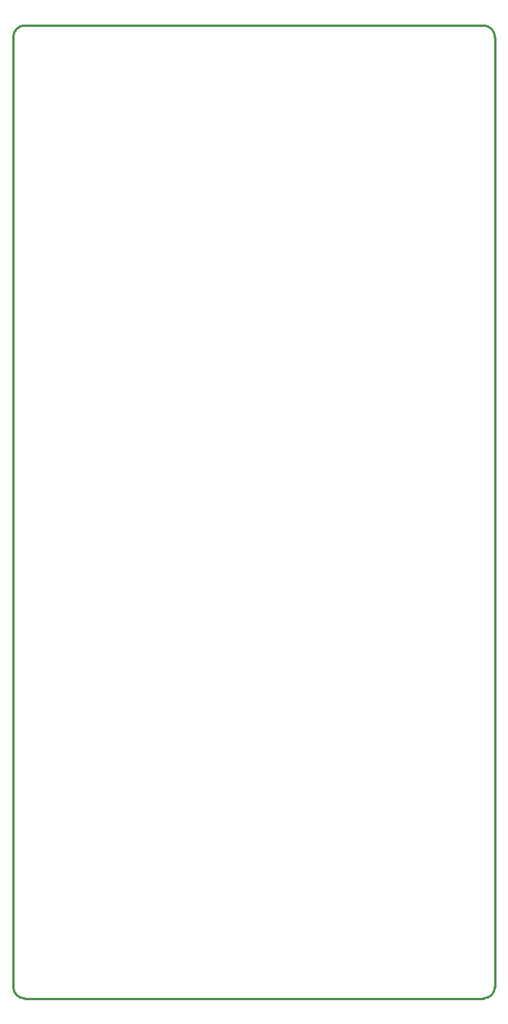
<source format=gbr>
G04 start of page 6 for group 4 idx 4 *
G04 Title: fet12, outline *
G04 Creator: pcb 20140316 *
G04 CreationDate: Thu 12 Apr 2018 01:23:09 AM GMT UTC *
G04 For: brian *
G04 Format: Gerber/RS-274X *
G04 PCB-Dimensions (mil): 6000.00 5000.00 *
G04 PCB-Coordinate-Origin: lower left *
%MOIN*%
%FSLAX25Y25*%
%LNOUTLINE*%
%ADD127C,0.0100*%
G54D127*X185500Y455000D02*X385000D01*
X390000Y450000D02*Y37500D01*
X180500Y450000D02*Y37500D01*
X185500Y32500D02*X385000D01*
X390000Y450000D02*G75*G03X385000Y455000I-5000J0D01*G01*
X390000Y37500D02*G75*G02X385000Y32500I-5000J0D01*G01*
X185500Y455000D02*G75*G03X180500Y450000I0J-5000D01*G01*
Y37500D02*G75*G03X185500Y32500I5000J0D01*G01*
M02*

</source>
